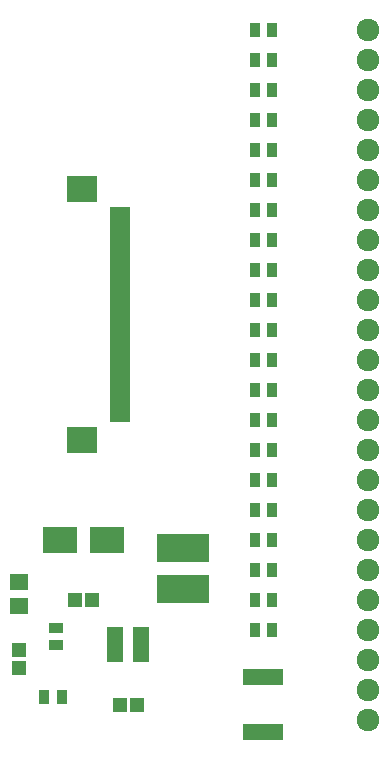
<source format=gbr>
G04 #@! TF.FileFunction,Soldermask,Top*
%FSLAX46Y46*%
G04 Gerber Fmt 4.6, Leading zero omitted, Abs format (unit mm)*
G04 Created by KiCad (PCBNEW 4.0.7) date 09/10/19 22:44:32*
%MOMM*%
%LPD*%
G01*
G04 APERTURE LIST*
%ADD10C,0.100000*%
%ADD11R,3.400000X1.400000*%
%ADD12R,1.200000X1.150000*%
%ADD13R,1.650000X1.400000*%
%ADD14R,1.150000X1.200000*%
%ADD15R,2.900000X2.200000*%
%ADD16C,1.924000*%
%ADD17R,4.400000X2.400000*%
%ADD18R,0.900000X1.300000*%
%ADD19R,1.300000X0.900000*%
%ADD20R,2.600000X2.200000*%
%ADD21R,1.700000X0.700000*%
%ADD22R,1.460000X1.050000*%
G04 APERTURE END LIST*
D10*
D11*
X148590000Y-113270000D03*
X148590000Y-117870000D03*
D12*
X132600000Y-106680000D03*
X134100000Y-106680000D03*
X136410000Y-115570000D03*
X137910000Y-115570000D03*
D13*
X127900000Y-105200000D03*
X127900000Y-107200000D03*
D14*
X127900000Y-110950000D03*
X127900000Y-112450000D03*
D15*
X131350000Y-101600000D03*
X135350000Y-101600000D03*
D16*
X157480000Y-58420000D03*
X157480000Y-60960000D03*
X157480000Y-63500000D03*
X157480000Y-66040000D03*
X157480000Y-68580000D03*
X157480000Y-71120000D03*
X157480000Y-73660000D03*
X157480000Y-76200000D03*
X157480000Y-78740000D03*
X157480000Y-81280000D03*
X157480000Y-83820000D03*
X157480000Y-86360000D03*
X157480000Y-88900000D03*
X157480000Y-91440000D03*
X157480000Y-93980000D03*
X157480000Y-96520000D03*
X157480000Y-99060000D03*
X157480000Y-101600000D03*
X157480000Y-104140000D03*
X157480000Y-106680000D03*
X157480000Y-109220000D03*
X157480000Y-111760000D03*
X157480000Y-114300000D03*
X157480000Y-116840000D03*
D17*
X141780000Y-102330000D03*
X141780000Y-105830000D03*
D18*
X147840000Y-58420000D03*
X149340000Y-58420000D03*
X147840000Y-60960000D03*
X149340000Y-60960000D03*
X147840000Y-63500000D03*
X149340000Y-63500000D03*
X147840000Y-66040000D03*
X149340000Y-66040000D03*
X147840000Y-68580000D03*
X149340000Y-68580000D03*
X147840000Y-71120000D03*
X149340000Y-71120000D03*
X147840000Y-76200000D03*
X149340000Y-76200000D03*
X147840000Y-78740000D03*
X149340000Y-78740000D03*
X147840000Y-81280000D03*
X149340000Y-81280000D03*
X147840000Y-83820000D03*
X149340000Y-83820000D03*
X147840000Y-86360000D03*
X149340000Y-86360000D03*
X147840000Y-88900000D03*
X149340000Y-88900000D03*
X147840000Y-91440000D03*
X149340000Y-91440000D03*
X147840000Y-93980000D03*
X149340000Y-93980000D03*
X147840000Y-96520000D03*
X149340000Y-96520000D03*
X147840000Y-99060000D03*
X149340000Y-99060000D03*
X147840000Y-101600000D03*
X149340000Y-101600000D03*
X147840000Y-104140000D03*
X149340000Y-104140000D03*
X147840000Y-106680000D03*
X149340000Y-106680000D03*
X147840000Y-109220000D03*
X149340000Y-109220000D03*
X130050000Y-114900000D03*
X131550000Y-114900000D03*
D19*
X131000000Y-109050000D03*
X131000000Y-110550000D03*
D20*
X133220000Y-93200000D03*
X133220000Y-71900000D03*
D21*
X136470000Y-73800000D03*
X136470000Y-74300000D03*
X136470000Y-74800000D03*
X136470000Y-75300000D03*
X136470000Y-75800000D03*
X136470000Y-76300000D03*
X136470000Y-76800000D03*
X136470000Y-77300000D03*
X136470000Y-77800000D03*
X136470000Y-78300000D03*
X136470000Y-78800000D03*
X136470000Y-79300000D03*
X136470000Y-79800000D03*
X136470000Y-80300000D03*
X136470000Y-80800000D03*
X136470000Y-81300000D03*
X136470000Y-81800000D03*
X136470000Y-82300000D03*
X136470000Y-82800000D03*
X136470000Y-83300000D03*
X136470000Y-83800000D03*
X136470000Y-84300000D03*
X136470000Y-84800000D03*
X136470000Y-85300000D03*
X136470000Y-85800000D03*
X136470000Y-86300000D03*
X136470000Y-86800000D03*
X136470000Y-87300000D03*
X136470000Y-87800000D03*
X136470000Y-88300000D03*
X136470000Y-88800000D03*
X136470000Y-89300000D03*
X136470000Y-89800000D03*
X136470000Y-90300000D03*
X136470000Y-90800000D03*
X136470000Y-91300000D03*
D22*
X136060000Y-109540000D03*
X136060000Y-110490000D03*
X136060000Y-111440000D03*
X138260000Y-111440000D03*
X138260000Y-109540000D03*
X138260000Y-110490000D03*
D18*
X147840000Y-73660000D03*
X149340000Y-73660000D03*
M02*

</source>
